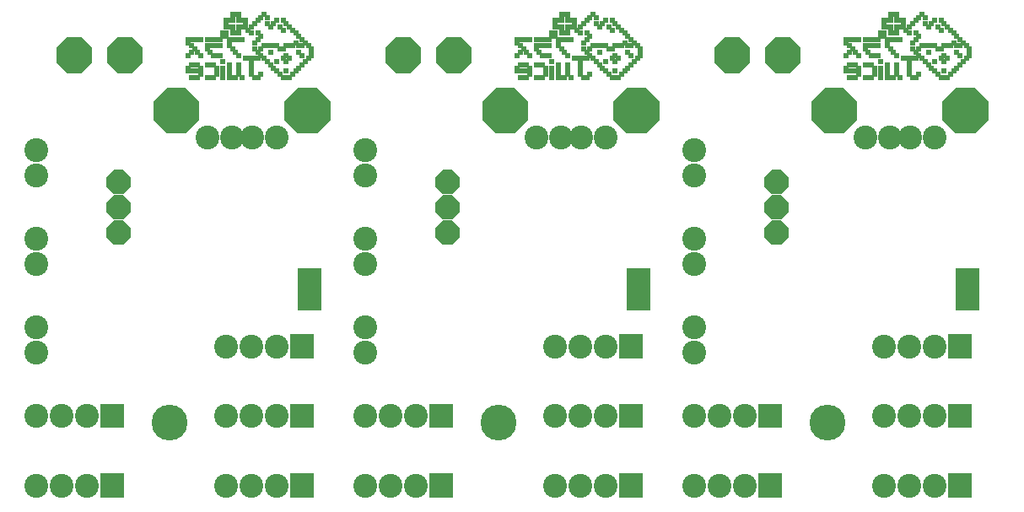
<source format=gbr>
%FSLAX34Y34*%
%MOMM*%
%LNSOLDERMASK_BOTTOM*%
G71*
G01*
%ADD10C, 2.40*%
%ADD11R, 0.47X0.47*%
%ADD12C, 3.60*%
%LPD*%
G36*
X145000Y862480D02*
X134470Y851950D01*
X119530Y851950D01*
X109000Y862480D01*
X109000Y877420D01*
X119530Y887950D01*
X134470Y887950D01*
X145000Y877420D01*
X145000Y862480D01*
G37*
G36*
X94200Y862480D02*
X83670Y851950D01*
X68730Y851950D01*
X58200Y862480D01*
X58200Y877420D01*
X68730Y887950D01*
X83670Y887950D01*
X94200Y877420D01*
X94200Y862480D01*
G37*
X38100Y749300D02*
G54D10*
D03*
X38100Y774700D02*
G54D10*
D03*
X38100Y660400D02*
G54D10*
D03*
X38100Y685800D02*
G54D10*
D03*
G36*
X58200Y877420D02*
X68730Y887950D01*
X83670Y887950D01*
X94200Y877420D01*
X94200Y862480D01*
X83670Y851950D01*
X68730Y851950D01*
X58200Y862480D01*
X58200Y877420D01*
G37*
X38100Y774700D02*
G54D10*
D03*
X38100Y685800D02*
G54D10*
D03*
X209550Y787400D02*
G54D10*
D03*
G36*
X125630Y754950D02*
X132650Y747930D01*
X132650Y737970D01*
X125630Y730950D01*
X115670Y730950D01*
X108650Y737970D01*
X108650Y747930D01*
X115670Y754950D01*
X125630Y754950D01*
G37*
G36*
X125630Y729550D02*
X132650Y722530D01*
X132650Y712570D01*
X125630Y705550D01*
X115670Y705550D01*
X108650Y712570D01*
X108650Y722530D01*
X115670Y729550D01*
X125630Y729550D01*
G37*
G36*
X125630Y704150D02*
X132650Y697130D01*
X132650Y687170D01*
X125630Y680150D01*
X115670Y680150D01*
X108650Y687170D01*
X108650Y697130D01*
X115670Y704150D01*
X125630Y704150D01*
G37*
G36*
X125630Y729550D02*
X132650Y722530D01*
X132650Y712570D01*
X125630Y705550D01*
X115670Y705550D01*
X108650Y712570D01*
X108650Y722530D01*
X115670Y729550D01*
X125630Y729550D01*
G37*
X279400Y787400D02*
G54D10*
D03*
X254397Y787400D02*
G54D10*
D03*
X234553Y787400D02*
G54D10*
D03*
X209550Y787400D02*
G54D10*
D03*
G36*
X333158Y804842D02*
X319703Y791387D01*
X300613Y791387D01*
X287158Y804842D01*
X287158Y823932D01*
X300613Y837387D01*
X319703Y837387D01*
X333158Y823932D01*
X333158Y804842D01*
G37*
G36*
X201594Y804842D02*
X188139Y791387D01*
X169049Y791387D01*
X155594Y804842D01*
X155594Y823932D01*
X169049Y837387D01*
X188139Y837387D01*
X201594Y823932D01*
X201594Y804842D01*
G37*
X314325Y869950D02*
G54D11*
D03*
X311150Y866775D02*
G54D11*
D03*
X307975Y863600D02*
G54D11*
D03*
X304800Y860425D02*
G54D11*
D03*
X314325Y876300D02*
G54D11*
D03*
X311150Y879475D02*
G54D11*
D03*
X307975Y882650D02*
G54D11*
D03*
X304800Y885825D02*
G54D11*
D03*
X301625Y889000D02*
G54D11*
D03*
X301625Y857250D02*
G54D11*
D03*
X298450Y854075D02*
G54D11*
D03*
X295275Y850900D02*
G54D11*
D03*
X292100Y847725D02*
G54D11*
D03*
X285750Y847725D02*
G54D11*
D03*
X282575Y850900D02*
G54D11*
D03*
X279400Y854075D02*
G54D11*
D03*
X276225Y857250D02*
G54D11*
D03*
X273050Y860425D02*
G54D11*
D03*
X269875Y863600D02*
G54D11*
D03*
X266700Y866775D02*
G54D11*
D03*
X263525Y869950D02*
G54D11*
D03*
X260350Y873125D02*
G54D11*
D03*
X298450Y892175D02*
G54D11*
D03*
X295275Y895350D02*
G54D11*
D03*
X292100Y898525D02*
G54D11*
D03*
X288925Y901700D02*
G54D11*
D03*
X273050Y898525D02*
G54D11*
D03*
X263525Y889000D02*
G54D11*
D03*
X260350Y892175D02*
G54D11*
D03*
X269875Y901700D02*
G54D11*
D03*
X269875Y908050D02*
G54D11*
D03*
X266700Y911225D02*
G54D11*
D03*
X263525Y908050D02*
G54D11*
D03*
X260350Y904875D02*
G54D11*
D03*
X257175Y901700D02*
G54D11*
D03*
X254000Y898525D02*
G54D11*
D03*
X250825Y895350D02*
G54D11*
D03*
X254000Y892175D02*
G54D11*
D03*
X304800Y879475D02*
G54D11*
D03*
X301625Y879475D02*
G54D11*
D03*
X298450Y882650D02*
G54D11*
D03*
X295275Y879475D02*
G54D11*
D03*
X292100Y879475D02*
G54D11*
D03*
X288925Y879475D02*
G54D11*
D03*
X285750Y876300D02*
G54D11*
D03*
X282575Y876300D02*
G54D11*
D03*
X279400Y879475D02*
G54D11*
D03*
X276225Y879475D02*
G54D11*
D03*
X273050Y879475D02*
G54D11*
D03*
X269875Y879475D02*
G54D11*
D03*
X266700Y879475D02*
G54D11*
D03*
X263525Y876300D02*
G54D11*
D03*
X247650Y904875D02*
G54D11*
D03*
X247650Y901700D02*
G54D11*
D03*
X247650Y898525D02*
G54D11*
D03*
X244475Y898525D02*
G54D11*
D03*
X244475Y904875D02*
G54D11*
D03*
X241300Y904875D02*
G54D11*
D03*
X241300Y908050D02*
G54D11*
D03*
X241300Y911225D02*
G54D11*
D03*
X238125Y911225D02*
G54D11*
D03*
X234950Y911225D02*
G54D11*
D03*
X234950Y908050D02*
G54D11*
D03*
X234950Y904875D02*
G54D11*
D03*
X231775Y904875D02*
G54D11*
D03*
X228600Y904875D02*
G54D11*
D03*
X228600Y901700D02*
G54D11*
D03*
X228600Y898525D02*
G54D11*
D03*
X231775Y898525D02*
G54D11*
D03*
X234950Y898525D02*
G54D11*
D03*
X241300Y898525D02*
G54D11*
D03*
X241300Y895350D02*
G54D11*
D03*
X241300Y892175D02*
G54D11*
D03*
X238125Y892175D02*
G54D11*
D03*
X234950Y892175D02*
G54D11*
D03*
X234950Y895350D02*
G54D11*
D03*
X285750Y904875D02*
G54D11*
D03*
X279400Y904875D02*
G54D11*
D03*
X276225Y901700D02*
G54D11*
D03*
X260350Y885825D02*
G54D11*
D03*
X257175Y882650D02*
G54D11*
D03*
X257175Y876300D02*
G54D11*
D03*
X260350Y866775D02*
G54D11*
D03*
X257175Y866775D02*
G54D11*
D03*
X254000Y866775D02*
G54D11*
D03*
X250825Y866775D02*
G54D11*
D03*
X247650Y866775D02*
G54D11*
D03*
X254000Y863600D02*
G54D11*
D03*
X254000Y860425D02*
G54D11*
D03*
X254000Y857250D02*
G54D11*
D03*
X254000Y854075D02*
G54D11*
D03*
X254000Y850900D02*
G54D11*
D03*
X257175Y847725D02*
G54D11*
D03*
X260350Y847725D02*
G54D11*
D03*
X263525Y850900D02*
G54D11*
D03*
X244475Y847725D02*
G54D11*
D03*
X241300Y850900D02*
G54D11*
D03*
X241300Y854075D02*
G54D11*
D03*
X241300Y857250D02*
G54D11*
D03*
X241300Y860425D02*
G54D11*
D03*
X238125Y847725D02*
G54D11*
D03*
X234950Y847725D02*
G54D11*
D03*
X231775Y847725D02*
G54D11*
D03*
X231775Y850900D02*
G54D11*
D03*
X231775Y854075D02*
G54D11*
D03*
X231775Y857250D02*
G54D11*
D03*
X231775Y860425D02*
G54D11*
D03*
X225425Y863600D02*
G54D11*
D03*
X225425Y857250D02*
G54D11*
D03*
X225425Y854075D02*
G54D11*
D03*
X225425Y850900D02*
G54D11*
D03*
X225425Y847725D02*
G54D11*
D03*
X219075Y850900D02*
G54D11*
D03*
X219075Y854075D02*
G54D11*
D03*
X219075Y857250D02*
G54D11*
D03*
X215900Y860425D02*
G54D11*
D03*
X212725Y860425D02*
G54D11*
D03*
X215900Y847725D02*
G54D11*
D03*
X212725Y847725D02*
G54D11*
D03*
X209550Y847725D02*
G54D11*
D03*
X209550Y860425D02*
G54D11*
D03*
X203200Y850900D02*
G54D11*
D03*
X203200Y854075D02*
G54D11*
D03*
X203200Y857250D02*
G54D11*
D03*
X200025Y860425D02*
G54D11*
D03*
X196850Y860425D02*
G54D11*
D03*
X193675Y860425D02*
G54D11*
D03*
X200025Y847725D02*
G54D11*
D03*
X196850Y847725D02*
G54D11*
D03*
X193675Y847725D02*
G54D11*
D03*
X190500Y857250D02*
G54D11*
D03*
X190500Y854075D02*
G54D11*
D03*
X193675Y854075D02*
G54D11*
D03*
X196850Y854075D02*
G54D11*
D03*
X200025Y854075D02*
G54D11*
D03*
X292100Y866775D02*
G54D11*
D03*
X288925Y863600D02*
G54D11*
D03*
X285750Y866775D02*
G54D11*
D03*
X288925Y869950D02*
G54D11*
D03*
X279400Y863600D02*
G54D11*
D03*
X301625Y873125D02*
G54D11*
D03*
X273050Y873125D02*
G54D11*
D03*
X288925Y854075D02*
G54D11*
D03*
X304800Y869950D02*
G54D11*
D03*
X244475Y885825D02*
G54D11*
D03*
X241300Y885825D02*
G54D11*
D03*
X238125Y885825D02*
G54D11*
D03*
X234950Y885825D02*
G54D11*
D03*
X231775Y885825D02*
G54D11*
D03*
X231775Y882650D02*
G54D11*
D03*
X231775Y879475D02*
G54D11*
D03*
X234950Y876300D02*
G54D11*
D03*
X238125Y873125D02*
G54D11*
D03*
X241300Y869950D02*
G54D11*
D03*
X228600Y892175D02*
G54D11*
D03*
X228600Y889000D02*
G54D11*
D03*
X225425Y889000D02*
G54D11*
D03*
X225425Y892175D02*
G54D11*
D03*
X222250Y885825D02*
G54D11*
D03*
X219075Y885825D02*
G54D11*
D03*
X215900Y885825D02*
G54D11*
D03*
X212725Y885825D02*
G54D11*
D03*
X209550Y885825D02*
G54D11*
D03*
X222250Y879475D02*
G54D11*
D03*
X219075Y879475D02*
G54D11*
D03*
X215900Y879475D02*
G54D11*
D03*
X212725Y879475D02*
G54D11*
D03*
X209550Y879475D02*
G54D11*
D03*
X209550Y876300D02*
G54D11*
D03*
X212725Y873125D02*
G54D11*
D03*
X215900Y869950D02*
G54D11*
D03*
X222250Y869950D02*
G54D11*
D03*
X219075Y869950D02*
G54D11*
D03*
X203200Y885825D02*
G54D11*
D03*
X200025Y885825D02*
G54D11*
D03*
X196850Y885825D02*
G54D11*
D03*
X193675Y885825D02*
G54D11*
D03*
X190500Y885825D02*
G54D11*
D03*
X190500Y882650D02*
G54D11*
D03*
X193675Y879475D02*
G54D11*
D03*
X196850Y876300D02*
G54D11*
D03*
X200025Y873125D02*
G54D11*
D03*
X203200Y869950D02*
G54D11*
D03*
X193675Y873125D02*
G54D11*
D03*
X190500Y869950D02*
G54D11*
D03*
X282575Y898525D02*
G54D11*
D03*
X285750Y895350D02*
G54D11*
D03*
X228600Y577850D02*
G54D10*
D03*
X254000Y577850D02*
G54D10*
D03*
X279400Y577850D02*
G54D10*
D03*
X304800Y577850D02*
G54D10*
D03*
X228600Y508000D02*
G54D10*
D03*
X254000Y508000D02*
G54D10*
D03*
X279400Y508000D02*
G54D10*
D03*
X304800Y508000D02*
G54D10*
D03*
X38100Y508000D02*
G54D10*
D03*
X63500Y508000D02*
G54D10*
D03*
X88900Y508000D02*
G54D10*
D03*
X114300Y508000D02*
G54D10*
D03*
X38100Y438150D02*
G54D10*
D03*
X63500Y438150D02*
G54D10*
D03*
X88900Y438150D02*
G54D10*
D03*
X114300Y438150D02*
G54D10*
D03*
X228600Y438150D02*
G54D10*
D03*
X254000Y438150D02*
G54D10*
D03*
X279400Y438150D02*
G54D10*
D03*
X304800Y438150D02*
G54D10*
D03*
X38100Y571500D02*
G54D10*
D03*
X38100Y596900D02*
G54D10*
D03*
X38100Y596900D02*
G54D10*
D03*
X288925Y847725D02*
G54D11*
D03*
X314325Y873125D02*
G54D11*
D03*
G36*
X292800Y450150D02*
X316800Y450150D01*
X316800Y426150D01*
X292800Y426150D01*
X292800Y450150D01*
G37*
G36*
X102300Y520000D02*
X126300Y520000D01*
X126300Y496000D01*
X102300Y496000D01*
X102300Y520000D01*
G37*
G36*
X102300Y450150D02*
X126300Y450150D01*
X126300Y426150D01*
X102300Y426150D01*
X102300Y450150D01*
G37*
G36*
X292800Y520000D02*
X316800Y520000D01*
X316800Y496000D01*
X292800Y496000D01*
X292800Y520000D01*
G37*
G36*
X292800Y589850D02*
X316800Y589850D01*
X316800Y565850D01*
X292800Y565850D01*
X292800Y589850D01*
G37*
X171450Y501650D02*
G54D12*
D03*
G36*
X300341Y656000D02*
X324341Y656000D01*
X324341Y614000D01*
X300341Y614000D01*
X300341Y656000D01*
G37*
G36*
X475200Y862480D02*
X464670Y851950D01*
X449730Y851950D01*
X439200Y862480D01*
X439200Y877420D01*
X449730Y887950D01*
X464670Y887950D01*
X475200Y877420D01*
X475200Y862480D01*
G37*
G36*
X424400Y862480D02*
X413870Y851950D01*
X398930Y851950D01*
X388400Y862480D01*
X388400Y877420D01*
X398930Y887950D01*
X413870Y887950D01*
X424400Y877420D01*
X424400Y862480D01*
G37*
X368300Y749300D02*
G54D10*
D03*
X368300Y774700D02*
G54D10*
D03*
X368300Y660400D02*
G54D10*
D03*
X368300Y685800D02*
G54D10*
D03*
G36*
X388400Y877420D02*
X398930Y887950D01*
X413870Y887950D01*
X424400Y877420D01*
X424400Y862480D01*
X413870Y851950D01*
X398930Y851950D01*
X388400Y862480D01*
X388400Y877420D01*
G37*
X368300Y774700D02*
G54D10*
D03*
X368300Y685800D02*
G54D10*
D03*
X539750Y787400D02*
G54D10*
D03*
G36*
X455830Y754950D02*
X462850Y747930D01*
X462850Y737970D01*
X455830Y730950D01*
X445870Y730950D01*
X438850Y737970D01*
X438850Y747930D01*
X445870Y754950D01*
X455830Y754950D01*
G37*
G36*
X455830Y729550D02*
X462850Y722530D01*
X462850Y712570D01*
X455830Y705550D01*
X445870Y705550D01*
X438850Y712570D01*
X438850Y722530D01*
X445870Y729550D01*
X455830Y729550D01*
G37*
G36*
X455830Y704150D02*
X462850Y697130D01*
X462850Y687170D01*
X455830Y680150D01*
X445870Y680150D01*
X438850Y687170D01*
X438850Y697130D01*
X445870Y704150D01*
X455830Y704150D01*
G37*
G36*
X455830Y729550D02*
X462850Y722530D01*
X462850Y712570D01*
X455830Y705550D01*
X445870Y705550D01*
X438850Y712570D01*
X438850Y722530D01*
X445870Y729550D01*
X455830Y729550D01*
G37*
X609600Y787400D02*
G54D10*
D03*
X584597Y787400D02*
G54D10*
D03*
X564753Y787400D02*
G54D10*
D03*
X539750Y787400D02*
G54D10*
D03*
G36*
X663358Y804842D02*
X649903Y791388D01*
X630813Y791388D01*
X617358Y804842D01*
X617358Y823932D01*
X630813Y837388D01*
X649903Y837388D01*
X663358Y823932D01*
X663358Y804842D01*
G37*
G36*
X531794Y804842D02*
X518339Y791387D01*
X499249Y791387D01*
X485794Y804842D01*
X485794Y823932D01*
X499249Y837387D01*
X518339Y837387D01*
X531794Y823932D01*
X531794Y804842D01*
G37*
X644525Y869950D02*
G54D11*
D03*
X641350Y866775D02*
G54D11*
D03*
X638175Y863600D02*
G54D11*
D03*
X635000Y860425D02*
G54D11*
D03*
X644525Y876300D02*
G54D11*
D03*
X641350Y879475D02*
G54D11*
D03*
X638175Y882650D02*
G54D11*
D03*
X635000Y885825D02*
G54D11*
D03*
X631825Y889000D02*
G54D11*
D03*
X631825Y857250D02*
G54D11*
D03*
X628650Y854075D02*
G54D11*
D03*
X625475Y850900D02*
G54D11*
D03*
X622300Y847725D02*
G54D11*
D03*
X615950Y847725D02*
G54D11*
D03*
X612775Y850900D02*
G54D11*
D03*
X609600Y854075D02*
G54D11*
D03*
X606425Y857250D02*
G54D11*
D03*
X603250Y860425D02*
G54D11*
D03*
X600075Y863600D02*
G54D11*
D03*
X596900Y866775D02*
G54D11*
D03*
X593725Y869950D02*
G54D11*
D03*
X590550Y873125D02*
G54D11*
D03*
X628650Y892175D02*
G54D11*
D03*
X625475Y895350D02*
G54D11*
D03*
X622300Y898525D02*
G54D11*
D03*
X619125Y901700D02*
G54D11*
D03*
X603250Y898525D02*
G54D11*
D03*
X593725Y889000D02*
G54D11*
D03*
X590550Y892175D02*
G54D11*
D03*
X600075Y901700D02*
G54D11*
D03*
X600075Y908050D02*
G54D11*
D03*
X596900Y911225D02*
G54D11*
D03*
X593725Y908050D02*
G54D11*
D03*
X590550Y904875D02*
G54D11*
D03*
X587375Y901700D02*
G54D11*
D03*
X584200Y898525D02*
G54D11*
D03*
X581025Y895350D02*
G54D11*
D03*
X584200Y892175D02*
G54D11*
D03*
X635000Y879475D02*
G54D11*
D03*
X631825Y879475D02*
G54D11*
D03*
X628650Y882650D02*
G54D11*
D03*
X625475Y879475D02*
G54D11*
D03*
X622300Y879475D02*
G54D11*
D03*
X619125Y879475D02*
G54D11*
D03*
X615950Y876300D02*
G54D11*
D03*
X612775Y876300D02*
G54D11*
D03*
X609600Y879475D02*
G54D11*
D03*
X606425Y879475D02*
G54D11*
D03*
X603250Y879475D02*
G54D11*
D03*
X600075Y879475D02*
G54D11*
D03*
X596900Y879475D02*
G54D11*
D03*
X593725Y876300D02*
G54D11*
D03*
X577850Y904875D02*
G54D11*
D03*
X577850Y901700D02*
G54D11*
D03*
X577850Y898525D02*
G54D11*
D03*
X574675Y898525D02*
G54D11*
D03*
X574675Y904875D02*
G54D11*
D03*
X571500Y904875D02*
G54D11*
D03*
X571500Y908050D02*
G54D11*
D03*
X571500Y911225D02*
G54D11*
D03*
X568325Y911225D02*
G54D11*
D03*
X565150Y911225D02*
G54D11*
D03*
X565150Y908050D02*
G54D11*
D03*
X565150Y904875D02*
G54D11*
D03*
X561975Y904875D02*
G54D11*
D03*
X558800Y904875D02*
G54D11*
D03*
X558800Y901700D02*
G54D11*
D03*
X558800Y898525D02*
G54D11*
D03*
X561975Y898525D02*
G54D11*
D03*
X565150Y898525D02*
G54D11*
D03*
X571500Y898525D02*
G54D11*
D03*
X571500Y895350D02*
G54D11*
D03*
X571500Y892175D02*
G54D11*
D03*
X568325Y892175D02*
G54D11*
D03*
X565150Y892175D02*
G54D11*
D03*
X565150Y895350D02*
G54D11*
D03*
X615950Y904875D02*
G54D11*
D03*
X609600Y904875D02*
G54D11*
D03*
X606425Y901700D02*
G54D11*
D03*
X590550Y885825D02*
G54D11*
D03*
X587375Y882650D02*
G54D11*
D03*
X587375Y876300D02*
G54D11*
D03*
X590550Y866775D02*
G54D11*
D03*
X587375Y866775D02*
G54D11*
D03*
X584200Y866775D02*
G54D11*
D03*
X581025Y866775D02*
G54D11*
D03*
X577850Y866775D02*
G54D11*
D03*
X584200Y863600D02*
G54D11*
D03*
X584200Y860425D02*
G54D11*
D03*
X584200Y857250D02*
G54D11*
D03*
X584200Y854075D02*
G54D11*
D03*
X584200Y850900D02*
G54D11*
D03*
X587375Y847725D02*
G54D11*
D03*
X590550Y847725D02*
G54D11*
D03*
X593725Y850900D02*
G54D11*
D03*
X574675Y847725D02*
G54D11*
D03*
X571500Y850900D02*
G54D11*
D03*
X571500Y854075D02*
G54D11*
D03*
X571500Y857250D02*
G54D11*
D03*
X571500Y860425D02*
G54D11*
D03*
X568325Y847725D02*
G54D11*
D03*
X565150Y847725D02*
G54D11*
D03*
X561975Y847725D02*
G54D11*
D03*
X561975Y850900D02*
G54D11*
D03*
X561975Y854075D02*
G54D11*
D03*
X561975Y857250D02*
G54D11*
D03*
X561975Y860425D02*
G54D11*
D03*
X555625Y863600D02*
G54D11*
D03*
X555625Y857250D02*
G54D11*
D03*
X555625Y854075D02*
G54D11*
D03*
X555625Y850900D02*
G54D11*
D03*
X555625Y847725D02*
G54D11*
D03*
X549275Y850900D02*
G54D11*
D03*
X549275Y854075D02*
G54D11*
D03*
X549275Y857250D02*
G54D11*
D03*
X546100Y860425D02*
G54D11*
D03*
X542925Y860425D02*
G54D11*
D03*
X546100Y847725D02*
G54D11*
D03*
X542925Y847725D02*
G54D11*
D03*
X539750Y847725D02*
G54D11*
D03*
X539750Y860425D02*
G54D11*
D03*
X533400Y850900D02*
G54D11*
D03*
X533400Y854075D02*
G54D11*
D03*
X533400Y857250D02*
G54D11*
D03*
X530225Y860425D02*
G54D11*
D03*
X527050Y860425D02*
G54D11*
D03*
X523875Y860425D02*
G54D11*
D03*
X530225Y847725D02*
G54D11*
D03*
X527050Y847725D02*
G54D11*
D03*
X523875Y847725D02*
G54D11*
D03*
X520700Y857250D02*
G54D11*
D03*
X520700Y854075D02*
G54D11*
D03*
X523875Y854075D02*
G54D11*
D03*
X527050Y854075D02*
G54D11*
D03*
X530225Y854075D02*
G54D11*
D03*
X622300Y866775D02*
G54D11*
D03*
X619125Y863600D02*
G54D11*
D03*
X615950Y866775D02*
G54D11*
D03*
X619125Y869950D02*
G54D11*
D03*
X609600Y863600D02*
G54D11*
D03*
X631825Y873125D02*
G54D11*
D03*
X603250Y873125D02*
G54D11*
D03*
X619125Y854075D02*
G54D11*
D03*
X635000Y869950D02*
G54D11*
D03*
X574675Y885825D02*
G54D11*
D03*
X571500Y885825D02*
G54D11*
D03*
X568325Y885825D02*
G54D11*
D03*
X565150Y885825D02*
G54D11*
D03*
X561975Y885825D02*
G54D11*
D03*
X561975Y882650D02*
G54D11*
D03*
X561975Y879475D02*
G54D11*
D03*
X565150Y876300D02*
G54D11*
D03*
X568325Y873125D02*
G54D11*
D03*
X571500Y869950D02*
G54D11*
D03*
X558800Y892175D02*
G54D11*
D03*
X558800Y889000D02*
G54D11*
D03*
X555625Y889000D02*
G54D11*
D03*
X555625Y892175D02*
G54D11*
D03*
X552450Y885825D02*
G54D11*
D03*
X549275Y885825D02*
G54D11*
D03*
X546100Y885825D02*
G54D11*
D03*
X542925Y885825D02*
G54D11*
D03*
X539750Y885825D02*
G54D11*
D03*
X552450Y879475D02*
G54D11*
D03*
X549275Y879475D02*
G54D11*
D03*
X546100Y879475D02*
G54D11*
D03*
X542925Y879475D02*
G54D11*
D03*
X539750Y879475D02*
G54D11*
D03*
X539750Y876300D02*
G54D11*
D03*
X542925Y873125D02*
G54D11*
D03*
X546100Y869950D02*
G54D11*
D03*
X552450Y869950D02*
G54D11*
D03*
X549275Y869950D02*
G54D11*
D03*
X533400Y885825D02*
G54D11*
D03*
X530225Y885825D02*
G54D11*
D03*
X527050Y885825D02*
G54D11*
D03*
X523875Y885825D02*
G54D11*
D03*
X520700Y885825D02*
G54D11*
D03*
X520700Y882650D02*
G54D11*
D03*
X523875Y879475D02*
G54D11*
D03*
X527050Y876300D02*
G54D11*
D03*
X530225Y873125D02*
G54D11*
D03*
X533400Y869950D02*
G54D11*
D03*
X523875Y873125D02*
G54D11*
D03*
X520700Y869950D02*
G54D11*
D03*
X612775Y898525D02*
G54D11*
D03*
X615950Y895350D02*
G54D11*
D03*
X558800Y577850D02*
G54D10*
D03*
X584200Y577850D02*
G54D10*
D03*
X609600Y577850D02*
G54D10*
D03*
X635000Y577850D02*
G54D10*
D03*
X558800Y508000D02*
G54D10*
D03*
X584200Y508000D02*
G54D10*
D03*
X609600Y508000D02*
G54D10*
D03*
X635000Y508000D02*
G54D10*
D03*
X368300Y508000D02*
G54D10*
D03*
X393700Y508000D02*
G54D10*
D03*
X419100Y508000D02*
G54D10*
D03*
X444500Y508000D02*
G54D10*
D03*
X368300Y438150D02*
G54D10*
D03*
X393700Y438150D02*
G54D10*
D03*
X419100Y438150D02*
G54D10*
D03*
X444500Y438150D02*
G54D10*
D03*
X558800Y438150D02*
G54D10*
D03*
X584200Y438150D02*
G54D10*
D03*
X609600Y438150D02*
G54D10*
D03*
X635000Y438150D02*
G54D10*
D03*
X368300Y571500D02*
G54D10*
D03*
X368300Y596900D02*
G54D10*
D03*
X368300Y596900D02*
G54D10*
D03*
X619125Y847725D02*
G54D11*
D03*
X644525Y873125D02*
G54D11*
D03*
G36*
X623000Y450150D02*
X647000Y450150D01*
X647000Y426150D01*
X623000Y426150D01*
X623000Y450150D01*
G37*
G36*
X432500Y520000D02*
X456500Y520000D01*
X456500Y496000D01*
X432500Y496000D01*
X432500Y520000D01*
G37*
G36*
X432500Y450150D02*
X456500Y450150D01*
X456500Y426150D01*
X432500Y426150D01*
X432500Y450150D01*
G37*
G36*
X623000Y520000D02*
X647000Y520000D01*
X647000Y496000D01*
X623000Y496000D01*
X623000Y520000D01*
G37*
G36*
X623000Y589850D02*
X647000Y589850D01*
X647000Y565850D01*
X623000Y565850D01*
X623000Y589850D01*
G37*
X501650Y501650D02*
G54D12*
D03*
G36*
X630541Y656000D02*
X654541Y656000D01*
X654541Y614000D01*
X630541Y614000D01*
X630541Y656000D01*
G37*
G36*
X805400Y862480D02*
X794870Y851950D01*
X779930Y851950D01*
X769400Y862480D01*
X769400Y877420D01*
X779930Y887950D01*
X794870Y887950D01*
X805400Y877420D01*
X805400Y862480D01*
G37*
G36*
X754600Y862480D02*
X744070Y851950D01*
X729130Y851950D01*
X718600Y862480D01*
X718600Y877420D01*
X729130Y887950D01*
X744070Y887950D01*
X754600Y877420D01*
X754600Y862480D01*
G37*
X698500Y749300D02*
G54D10*
D03*
X698500Y774700D02*
G54D10*
D03*
X698500Y660400D02*
G54D10*
D03*
X698500Y685800D02*
G54D10*
D03*
G36*
X718600Y877420D02*
X729130Y887950D01*
X744070Y887950D01*
X754600Y877420D01*
X754600Y862480D01*
X744070Y851950D01*
X729130Y851950D01*
X718600Y862480D01*
X718600Y877420D01*
G37*
X698500Y774700D02*
G54D10*
D03*
X698500Y685800D02*
G54D10*
D03*
X869950Y787400D02*
G54D10*
D03*
G36*
X786030Y754950D02*
X793050Y747930D01*
X793050Y737970D01*
X786030Y730950D01*
X776070Y730950D01*
X769050Y737970D01*
X769050Y747930D01*
X776070Y754950D01*
X786030Y754950D01*
G37*
G36*
X786030Y729550D02*
X793050Y722530D01*
X793050Y712570D01*
X786030Y705550D01*
X776070Y705550D01*
X769050Y712570D01*
X769050Y722530D01*
X776070Y729550D01*
X786030Y729550D01*
G37*
G36*
X786030Y704150D02*
X793050Y697130D01*
X793050Y687170D01*
X786030Y680150D01*
X776070Y680150D01*
X769050Y687170D01*
X769050Y697130D01*
X776070Y704150D01*
X786030Y704150D01*
G37*
G36*
X786030Y729550D02*
X793050Y722530D01*
X793050Y712570D01*
X786030Y705550D01*
X776070Y705550D01*
X769050Y712570D01*
X769050Y722530D01*
X776070Y729550D01*
X786030Y729550D01*
G37*
X939800Y787400D02*
G54D10*
D03*
X914797Y787400D02*
G54D10*
D03*
X894953Y787400D02*
G54D10*
D03*
X869950Y787400D02*
G54D10*
D03*
G36*
X993558Y804842D02*
X980103Y791388D01*
X961013Y791388D01*
X947558Y804842D01*
X947558Y823932D01*
X961013Y837388D01*
X980103Y837388D01*
X993558Y823932D01*
X993558Y804842D01*
G37*
G36*
X861994Y804842D02*
X848539Y791387D01*
X829449Y791387D01*
X815994Y804842D01*
X815994Y823932D01*
X829449Y837387D01*
X848539Y837387D01*
X861994Y823932D01*
X861994Y804842D01*
G37*
X974725Y869950D02*
G54D11*
D03*
X971550Y866775D02*
G54D11*
D03*
X968375Y863600D02*
G54D11*
D03*
X965200Y860425D02*
G54D11*
D03*
X974725Y876300D02*
G54D11*
D03*
X971550Y879475D02*
G54D11*
D03*
X968375Y882650D02*
G54D11*
D03*
X965200Y885825D02*
G54D11*
D03*
X962025Y889000D02*
G54D11*
D03*
X962025Y857250D02*
G54D11*
D03*
X958850Y854075D02*
G54D11*
D03*
X955675Y850900D02*
G54D11*
D03*
X952500Y847725D02*
G54D11*
D03*
X946150Y847725D02*
G54D11*
D03*
X942975Y850900D02*
G54D11*
D03*
X939800Y854075D02*
G54D11*
D03*
X936625Y857250D02*
G54D11*
D03*
X933450Y860425D02*
G54D11*
D03*
X930275Y863600D02*
G54D11*
D03*
X927100Y866775D02*
G54D11*
D03*
X923925Y869950D02*
G54D11*
D03*
X920750Y873125D02*
G54D11*
D03*
X958850Y892175D02*
G54D11*
D03*
X955675Y895350D02*
G54D11*
D03*
X952500Y898525D02*
G54D11*
D03*
X949325Y901700D02*
G54D11*
D03*
X933450Y898525D02*
G54D11*
D03*
X923925Y889000D02*
G54D11*
D03*
X920750Y892175D02*
G54D11*
D03*
X930275Y901700D02*
G54D11*
D03*
X930275Y908050D02*
G54D11*
D03*
X927100Y911225D02*
G54D11*
D03*
X923925Y908050D02*
G54D11*
D03*
X920750Y904875D02*
G54D11*
D03*
X917575Y901700D02*
G54D11*
D03*
X914400Y898525D02*
G54D11*
D03*
X911225Y895350D02*
G54D11*
D03*
X914400Y892175D02*
G54D11*
D03*
X965200Y879475D02*
G54D11*
D03*
X962025Y879475D02*
G54D11*
D03*
X958850Y882650D02*
G54D11*
D03*
X955675Y879475D02*
G54D11*
D03*
X952500Y879475D02*
G54D11*
D03*
X949325Y879475D02*
G54D11*
D03*
X946150Y876300D02*
G54D11*
D03*
X942975Y876300D02*
G54D11*
D03*
X939800Y879475D02*
G54D11*
D03*
X936625Y879475D02*
G54D11*
D03*
X933450Y879475D02*
G54D11*
D03*
X930275Y879475D02*
G54D11*
D03*
X927100Y879475D02*
G54D11*
D03*
X923925Y876300D02*
G54D11*
D03*
X908050Y904875D02*
G54D11*
D03*
X908050Y901700D02*
G54D11*
D03*
X908050Y898525D02*
G54D11*
D03*
X904875Y898525D02*
G54D11*
D03*
X904875Y904875D02*
G54D11*
D03*
X901700Y904875D02*
G54D11*
D03*
X901700Y908050D02*
G54D11*
D03*
X901700Y911225D02*
G54D11*
D03*
X898525Y911225D02*
G54D11*
D03*
X895350Y911225D02*
G54D11*
D03*
X895350Y908050D02*
G54D11*
D03*
X895350Y904875D02*
G54D11*
D03*
X892175Y904875D02*
G54D11*
D03*
X889000Y904875D02*
G54D11*
D03*
X889000Y901700D02*
G54D11*
D03*
X889000Y898525D02*
G54D11*
D03*
X892175Y898525D02*
G54D11*
D03*
X895350Y898525D02*
G54D11*
D03*
X901700Y898525D02*
G54D11*
D03*
X901700Y895350D02*
G54D11*
D03*
X901700Y892175D02*
G54D11*
D03*
X898525Y892175D02*
G54D11*
D03*
X895350Y892175D02*
G54D11*
D03*
X895350Y895350D02*
G54D11*
D03*
X946150Y904875D02*
G54D11*
D03*
X939800Y904875D02*
G54D11*
D03*
X936625Y901700D02*
G54D11*
D03*
X920750Y885825D02*
G54D11*
D03*
X917575Y882650D02*
G54D11*
D03*
X917575Y876300D02*
G54D11*
D03*
X920750Y866775D02*
G54D11*
D03*
X917575Y866775D02*
G54D11*
D03*
X914400Y866775D02*
G54D11*
D03*
X911225Y866775D02*
G54D11*
D03*
X908050Y866775D02*
G54D11*
D03*
X914400Y863600D02*
G54D11*
D03*
X914400Y860425D02*
G54D11*
D03*
X914400Y857250D02*
G54D11*
D03*
X914400Y854075D02*
G54D11*
D03*
X914400Y850900D02*
G54D11*
D03*
X917575Y847725D02*
G54D11*
D03*
X920750Y847725D02*
G54D11*
D03*
X923925Y850900D02*
G54D11*
D03*
X904875Y847725D02*
G54D11*
D03*
X901700Y850900D02*
G54D11*
D03*
X901700Y854075D02*
G54D11*
D03*
X901700Y857250D02*
G54D11*
D03*
X901700Y860425D02*
G54D11*
D03*
X898525Y847725D02*
G54D11*
D03*
X895350Y847725D02*
G54D11*
D03*
X892175Y847725D02*
G54D11*
D03*
X892175Y850900D02*
G54D11*
D03*
X892175Y854075D02*
G54D11*
D03*
X892175Y857250D02*
G54D11*
D03*
X892175Y860425D02*
G54D11*
D03*
X885825Y863600D02*
G54D11*
D03*
X885825Y857250D02*
G54D11*
D03*
X885825Y854075D02*
G54D11*
D03*
X885825Y850900D02*
G54D11*
D03*
X885825Y847725D02*
G54D11*
D03*
X879475Y850900D02*
G54D11*
D03*
X879475Y854075D02*
G54D11*
D03*
X879475Y857250D02*
G54D11*
D03*
X876300Y860425D02*
G54D11*
D03*
X873125Y860425D02*
G54D11*
D03*
X876300Y847725D02*
G54D11*
D03*
X873125Y847725D02*
G54D11*
D03*
X869950Y847725D02*
G54D11*
D03*
X869950Y860425D02*
G54D11*
D03*
X863600Y850900D02*
G54D11*
D03*
X863600Y854075D02*
G54D11*
D03*
X863600Y857250D02*
G54D11*
D03*
X860425Y860425D02*
G54D11*
D03*
X857250Y860425D02*
G54D11*
D03*
X854075Y860425D02*
G54D11*
D03*
X860425Y847725D02*
G54D11*
D03*
X857250Y847725D02*
G54D11*
D03*
X854075Y847725D02*
G54D11*
D03*
X850900Y857250D02*
G54D11*
D03*
X850900Y854075D02*
G54D11*
D03*
X854075Y854075D02*
G54D11*
D03*
X857250Y854075D02*
G54D11*
D03*
X860425Y854075D02*
G54D11*
D03*
X952500Y866775D02*
G54D11*
D03*
X949325Y863600D02*
G54D11*
D03*
X946150Y866775D02*
G54D11*
D03*
X949325Y869950D02*
G54D11*
D03*
X939800Y863600D02*
G54D11*
D03*
X962025Y873125D02*
G54D11*
D03*
X933450Y873125D02*
G54D11*
D03*
X949325Y854075D02*
G54D11*
D03*
X965200Y869950D02*
G54D11*
D03*
X904875Y885825D02*
G54D11*
D03*
X901700Y885825D02*
G54D11*
D03*
X898525Y885825D02*
G54D11*
D03*
X895350Y885825D02*
G54D11*
D03*
X892175Y885825D02*
G54D11*
D03*
X892175Y882650D02*
G54D11*
D03*
X892175Y879475D02*
G54D11*
D03*
X895350Y876300D02*
G54D11*
D03*
X898525Y873125D02*
G54D11*
D03*
X901700Y869950D02*
G54D11*
D03*
X889000Y892175D02*
G54D11*
D03*
X889000Y889000D02*
G54D11*
D03*
X885825Y889000D02*
G54D11*
D03*
X885825Y892175D02*
G54D11*
D03*
X882650Y885825D02*
G54D11*
D03*
X879475Y885825D02*
G54D11*
D03*
X876300Y885825D02*
G54D11*
D03*
X873125Y885825D02*
G54D11*
D03*
X869950Y885825D02*
G54D11*
D03*
X882650Y879475D02*
G54D11*
D03*
X879475Y879475D02*
G54D11*
D03*
X876300Y879475D02*
G54D11*
D03*
X873125Y879475D02*
G54D11*
D03*
X869950Y879475D02*
G54D11*
D03*
X869950Y876300D02*
G54D11*
D03*
X873125Y873125D02*
G54D11*
D03*
X876300Y869950D02*
G54D11*
D03*
X882650Y869950D02*
G54D11*
D03*
X879475Y869950D02*
G54D11*
D03*
X863600Y885825D02*
G54D11*
D03*
X860425Y885825D02*
G54D11*
D03*
X857250Y885825D02*
G54D11*
D03*
X854075Y885825D02*
G54D11*
D03*
X850900Y885825D02*
G54D11*
D03*
X850900Y882650D02*
G54D11*
D03*
X854075Y879475D02*
G54D11*
D03*
X857250Y876300D02*
G54D11*
D03*
X860425Y873125D02*
G54D11*
D03*
X863600Y869950D02*
G54D11*
D03*
X854075Y873125D02*
G54D11*
D03*
X850900Y869950D02*
G54D11*
D03*
X942975Y898525D02*
G54D11*
D03*
X946150Y895350D02*
G54D11*
D03*
X889000Y577850D02*
G54D10*
D03*
X914400Y577850D02*
G54D10*
D03*
X939800Y577850D02*
G54D10*
D03*
X965200Y577850D02*
G54D10*
D03*
X889000Y508000D02*
G54D10*
D03*
X914400Y508000D02*
G54D10*
D03*
X939800Y508000D02*
G54D10*
D03*
X965200Y508000D02*
G54D10*
D03*
X698500Y508000D02*
G54D10*
D03*
X723900Y508000D02*
G54D10*
D03*
X749300Y508000D02*
G54D10*
D03*
X774700Y508000D02*
G54D10*
D03*
X698500Y438150D02*
G54D10*
D03*
X723900Y438150D02*
G54D10*
D03*
X749300Y438150D02*
G54D10*
D03*
X774700Y438150D02*
G54D10*
D03*
X889000Y438150D02*
G54D10*
D03*
X914400Y438150D02*
G54D10*
D03*
X939800Y438150D02*
G54D10*
D03*
X965200Y438150D02*
G54D10*
D03*
X698500Y571500D02*
G54D10*
D03*
X698500Y596900D02*
G54D10*
D03*
X698500Y596900D02*
G54D10*
D03*
X949325Y847725D02*
G54D11*
D03*
X974725Y873125D02*
G54D11*
D03*
G36*
X953200Y450150D02*
X977200Y450150D01*
X977200Y426150D01*
X953200Y426150D01*
X953200Y450150D01*
G37*
G36*
X762700Y520000D02*
X786700Y520000D01*
X786700Y496000D01*
X762700Y496000D01*
X762700Y520000D01*
G37*
G36*
X762700Y450150D02*
X786700Y450150D01*
X786700Y426150D01*
X762700Y426150D01*
X762700Y450150D01*
G37*
G36*
X953200Y520000D02*
X977200Y520000D01*
X977200Y496000D01*
X953200Y496000D01*
X953200Y520000D01*
G37*
G36*
X953200Y589850D02*
X977200Y589850D01*
X977200Y565850D01*
X953200Y565850D01*
X953200Y589850D01*
G37*
X831850Y501650D02*
G54D12*
D03*
G36*
X960741Y656000D02*
X984741Y656000D01*
X984741Y614000D01*
X960741Y614000D01*
X960741Y656000D01*
G37*
M02*

</source>
